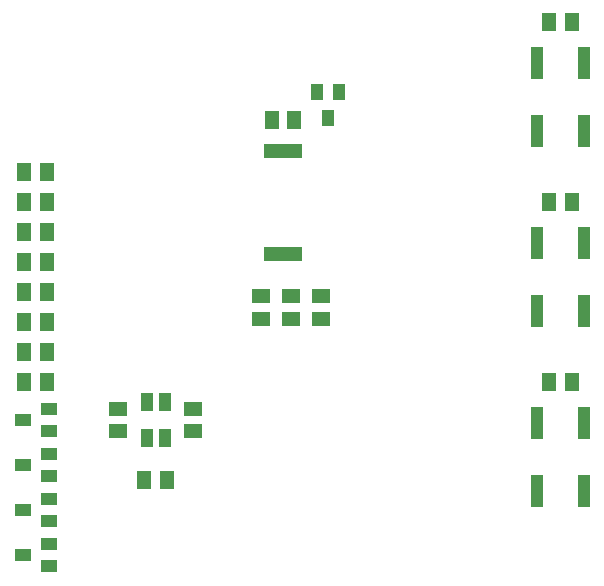
<source format=gtp>
G04 EAGLE Gerber RS-274X export*
G75*
%MOMM*%
%FSLAX34Y34*%
%LPD*%
%INTop Paste*%
%IPPOS*%
%AMOC8*
5,1,8,0,0,1.08239X$1,22.5*%
G01*
%ADD10R,3.200000X1.300000*%
%ADD11R,1.300000X1.500000*%
%ADD12R,1.500000X1.300000*%
%ADD13R,1.400000X1.000000*%
%ADD14R,1.000000X2.750000*%
%ADD15R,1.100000X1.500000*%
%ADD16R,1.000000X1.400000*%


D10*
X425450Y280350D03*
X425450Y367350D03*
D11*
X669900Y476250D03*
X650900Y476250D03*
X669900Y323850D03*
X650900Y323850D03*
X669900Y171450D03*
X650900Y171450D03*
D12*
X406400Y225450D03*
X406400Y244450D03*
X431800Y225450D03*
X431800Y244450D03*
X457200Y225450D03*
X457200Y244450D03*
X285750Y130200D03*
X285750Y149200D03*
X349250Y130200D03*
X349250Y149200D03*
D11*
X308000Y88900D03*
X327000Y88900D03*
X206400Y171450D03*
X225400Y171450D03*
X206400Y196850D03*
X225400Y196850D03*
X206400Y222250D03*
X225400Y222250D03*
X206400Y247650D03*
X225400Y247650D03*
X206400Y273050D03*
X225400Y273050D03*
X206400Y298450D03*
X225400Y298450D03*
X206400Y323850D03*
X225400Y323850D03*
X206400Y349250D03*
X225400Y349250D03*
D13*
X226900Y130200D03*
X226900Y149200D03*
X204900Y139700D03*
X226900Y92100D03*
X226900Y111100D03*
X204900Y101600D03*
X226900Y54000D03*
X226900Y73000D03*
X204900Y63500D03*
X226900Y15900D03*
X226900Y34900D03*
X204900Y25400D03*
D14*
X640400Y384000D03*
X680400Y384000D03*
X680400Y441500D03*
X640400Y441500D03*
X640400Y231600D03*
X680400Y231600D03*
X680400Y289100D03*
X640400Y289100D03*
X640400Y79200D03*
X680400Y79200D03*
X680400Y136700D03*
X640400Y136700D03*
D15*
X310000Y154700D03*
X310000Y124700D03*
X325000Y124700D03*
X325000Y154700D03*
D16*
X473050Y417400D03*
X454050Y417400D03*
X463550Y395400D03*
D11*
X434950Y393700D03*
X415950Y393700D03*
M02*

</source>
